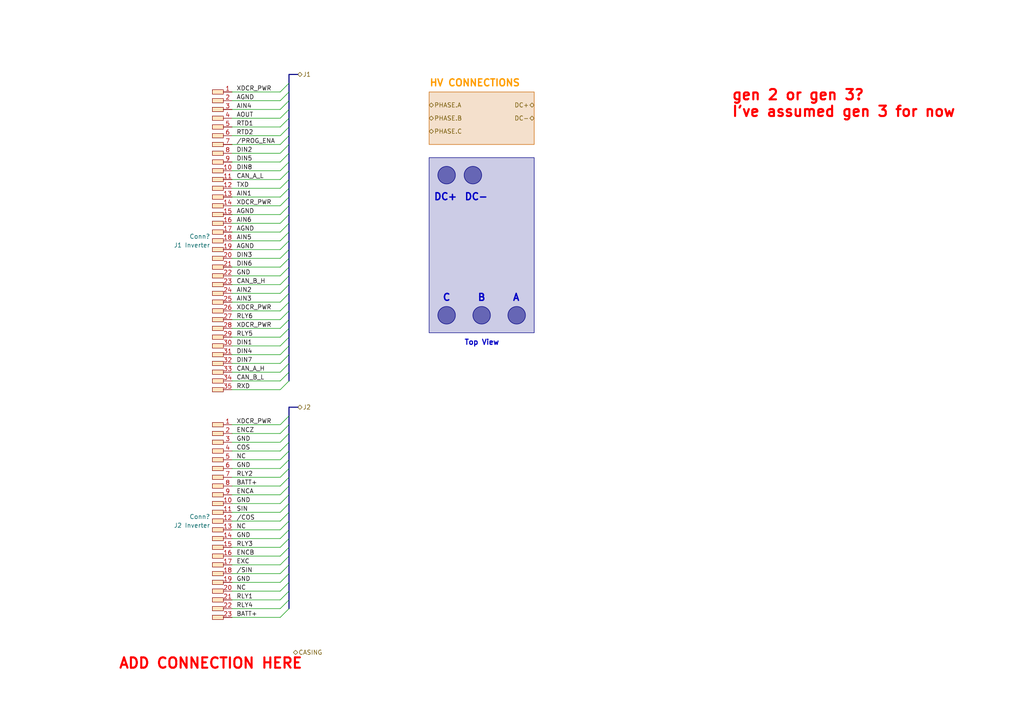
<source format=kicad_sch>
(kicad_sch (version 20230121) (generator eeschema)
  (paper "A4")
  (lib_symbols
    (symbol "Connectors_SUFST:J1 Inverter"
      (property "Reference" "Conn" (at 0 -1.905 0))
      (property "Value" "J1 Inverter" (at 0 0 0))
      (symbol "J1 Inverter_0_1"
        (polyline (pts (xy -0.635 -90.805) (xy 1.905 -90.805)))
        (polyline (pts (xy -0.635 -85.725) (xy 1.905 -85.725)))
        (polyline (pts (xy -0.635 -80.645) (xy 1.905 -80.645)))
        (polyline (pts (xy -0.635 -75.565) (xy 1.905 -75.565)))
        (polyline (pts (xy -0.635 -70.485) (xy 1.905 -70.485)))
        (polyline (pts (xy -0.635 -65.405) (xy 1.905 -65.405)))
        (polyline (pts (xy -0.635 -60.325) (xy 1.905 -60.325)))
        (polyline (pts (xy -0.635 -55.245) (xy 1.905 -55.245)))
        (polyline (pts (xy -0.635 -50.165) (xy 1.905 -50.165)))
        (polyline (pts (xy -0.635 -45.085) (xy 1.905 -45.085)))
        (polyline (pts (xy -0.635 -40.005) (xy 1.905 -40.005)))
        (polyline (pts (xy -0.635 -34.925) (xy 1.905 -34.925)))
        (polyline (pts (xy -0.635 -29.845) (xy 1.905 -29.845)))
        (polyline (pts (xy -0.635 -24.765) (xy 1.905 -24.765)))
        (polyline (pts (xy -0.635 -19.685) (xy 1.905 -19.685)))
        (polyline (pts (xy -0.635 -14.605) (xy 1.905 -14.605)))
        (polyline (pts (xy -0.635 -9.525) (xy 1.905 -9.525)))
        (polyline (pts (xy -0.635 -4.445) (xy 1.905 -4.445)))
      )
      (symbol "J1 Inverter_1_1"
        (rectangle (start -3.81 -90.17) (end -0.635 -91.44) (fill (type color) (color 255 229 191 1)))
        (rectangle (start -3.81 -87.63) (end -0.635 -88.9) (fill (type color) (color 255 229 191 1)))
        (rectangle (start -3.81 -85.09) (end -0.635 -86.36) (fill (type color) (color 255 229 191 1)))
        (rectangle (start -3.81 -82.55) (end -0.635 -83.82) (fill (type color) (color 255 229 191 1)))
        (rectangle (start -3.81 -80.01) (end -0.635 -81.28) (fill (type color) (color 255 229 191 1)))
        (rectangle (start -3.81 -77.47) (end -0.635 -78.74) (fill (type color) (color 255 229 191 1)))
        (rectangle (start -3.81 -74.93) (end -0.635 -76.2) (fill (type color) (color 255 229 191 1)))
        (rectangle (start -3.81 -72.39) (end -0.635 -73.66) (fill (type color) (color 255 229 191 1)))
        (rectangle (start -3.81 -69.85) (end -0.635 -71.12) (fill (type color) (color 255 229 191 1)))
        (rectangle (start -3.81 -67.31) (end -0.635 -68.58) (fill (type color) (color 255 229 191 1)))
        (rectangle (start -3.81 -64.77) (end -0.635 -66.04) (fill (type color) (color 255 229 191 1)))
        (rectangle (start -3.81 -62.23) (end -0.635 -63.5) (fill (type color) (color 255 229 191 1)))
        (rectangle (start -3.81 -59.69) (end -0.635 -60.96) (fill (type color) (color 255 229 191 1)))
        (rectangle (start -3.81 -57.15) (end -0.635 -58.42) (fill (type color) (color 255 229 191 1)))
        (rectangle (start -3.81 -54.61) (end -0.635 -55.88) (fill (type color) (color 255 229 191 1)))
        (rectangle (start -3.81 -52.07) (end -0.635 -53.34) (fill (type color) (color 255 229 191 1)))
        (rectangle (start -3.81 -49.53) (end -0.635 -50.8) (fill (type color) (color 255 229 191 1)))
        (rectangle (start -3.81 -46.99) (end -0.635 -48.26) (fill (type color) (color 255 229 191 1)))
        (rectangle (start -3.81 -44.45) (end -0.635 -45.72) (fill (type color) (color 255 229 191 1)))
        (rectangle (start -3.81 -41.91) (end -0.635 -43.18) (fill (type color) (color 255 229 191 1)))
        (rectangle (start -3.81 -39.37) (end -0.635 -40.64) (fill (type color) (color 255 229 191 1)))
        (rectangle (start -3.81 -36.83) (end -0.635 -38.1) (fill (type color) (color 255 229 191 1)))
        (rectangle (start -3.81 -34.29) (end -0.635 -35.56) (fill (type color) (color 255 229 191 1)))
        (rectangle (start -3.81 -31.75) (end -0.635 -33.02) (fill (type color) (color 255 229 191 1)))
        (rectangle (start -3.81 -29.21) (end -0.635 -30.48) (fill (type color) (color 255 229 191 1)))
        (rectangle (start -3.81 -26.67) (end -0.635 -27.94) (fill (type color) (color 255 229 191 1)))
        (rectangle (start -3.81 -24.13) (end -0.635 -25.4) (fill (type color) (color 255 229 191 1)))
        (rectangle (start -3.81 -21.59) (end -0.635 -22.86) (fill (type color) (color 255 229 191 1)))
        (rectangle (start -3.81 -19.05) (end -0.635 -20.32) (fill (type color) (color 255 229 191 1)))
        (rectangle (start -3.81 -16.51) (end -0.635 -17.78) (fill (type color) (color 255 229 191 1)))
        (rectangle (start -3.81 -13.97) (end -0.635 -15.24) (fill (type color) (color 255 229 191 1)))
        (rectangle (start -3.81 -11.43) (end -0.635 -12.7) (fill (type color) (color 255 229 191 1)))
        (rectangle (start -3.81 -8.89) (end -0.635 -10.16) (fill (type color) (color 255 229 191 1)))
        (rectangle (start -3.81 -6.35) (end -0.635 -7.62) (fill (type color) (color 255 229 191 1)))
        (rectangle (start -3.81 -3.81) (end -0.635 -5.08) (fill (type color) (color 255 229 191 1)))
        (pin input line (at 1.905 -4.445 180) (length 2.54) (name "") (number "1"))
        (pin input line (at 1.905 -27.305 180) (length 2.54) (name "") (number "10"))
        (pin input line (at 1.905 -29.845 180) (length 2.54) (name "") (number "11"))
        (pin input line (at 1.905 -32.385 180) (length 2.54) (name "") (number "12"))
        (pin input line (at 1.905 -34.925 180) (length 2.54) (name "") (number "13"))
        (pin input line (at 1.905 -37.465 180) (length 2.54) (name "") (number "14"))
        (pin input line (at 1.905 -40.005 180) (length 2.54) (name "") (number "15"))
        (pin input line (at 1.905 -42.545 180) (length 2.54) (name "") (number "16"))
        (pin input line (at 1.905 -45.085 180) (length 2.54) (name "") (number "17"))
        (pin input line (at 1.905 -47.625 180) (length 2.54) (name "") (number "18"))
        (pin input line (at 1.905 -50.165 180) (length 2.54) (name "") (number "19"))
        (pin input line (at 1.905 -6.985 180) (length 2.54) (name "") (number "2"))
        (pin input line (at 1.905 -52.705 180) (length 2.54) (name "") (number "20"))
        (pin input line (at 1.905 -55.245 180) (length 2.54) (name "") (number "21"))
        (pin input line (at 1.905 -57.785 180) (length 2.54) (name "") (number "22"))
        (pin input line (at 1.905 -60.325 180) (length 2.54) (name "") (number "23"))
        (pin input line (at 1.905 -62.865 180) (length 2.54) (name "") (number "24"))
        (pin input line (at 1.905 -65.405 180) (length 2.54) (name "") (number "25"))
        (pin input line (at 1.905 -67.945 180) (length 2.54) (name "") (number "26"))
        (pin input line (at 1.905 -70.485 180) (length 2.54) (name "") (number "27"))
        (pin input line (at 1.905 -73.025 180) (length 2.54) (name "") (number "28"))
        (pin input line (at 1.905 -75.565 180) (length 2.54) (name "") (number "29"))
        (pin input line (at 1.905 -9.525 180) (length 2.54) (name "") (number "3"))
        (pin input line (at 1.905 -78.105 180) (length 2.54) (name "") (number "30"))
        (pin input line (at 1.905 -80.645 180) (length 2.54) (name "") (number "31"))
        (pin input line (at 1.905 -83.185 180) (length 2.54) (name "") (number "32"))
        (pin input line (at 1.905 -85.725 180) (length 2.54) (name "") (number "33"))
        (pin input line (at 1.905 -88.265 180) (length 2.54) (name "") (number "34"))
        (pin input line (at 1.905 -90.805 180) (length 2.54) (name "") (number "35"))
        (pin input line (at 1.905 -12.065 180) (length 2.54) (name "") (number "4"))
        (pin input line (at 1.905 -14.605 180) (length 2.54) (name "") (number "5"))
        (pin input line (at 1.905 -17.145 180) (length 2.54) (name "") (number "6"))
        (pin input line (at 1.905 -19.685 180) (length 2.54) (name "") (number "7"))
        (pin input line (at 1.905 -22.225 180) (length 2.54) (name "") (number "8"))
        (pin input line (at 1.905 -24.765 180) (length 2.54) (name "") (number "9"))
      )
    )
    (symbol "Connectors_SUFST:J2 Inverter"
      (property "Reference" "Conn" (at 0 -1.905 0))
      (property "Value" "J2 Inverter" (at 0 0 0))
      (symbol "J2 Inverter_0_1"
        (polyline (pts (xy -0.635 -60.325) (xy 1.905 -60.325)))
        (polyline (pts (xy -0.635 -55.245) (xy 1.905 -55.245)))
        (polyline (pts (xy -0.635 -50.165) (xy 1.905 -50.165)))
        (polyline (pts (xy -0.635 -45.085) (xy 1.905 -45.085)))
        (polyline (pts (xy -0.635 -40.005) (xy 1.905 -40.005)))
        (polyline (pts (xy -0.635 -34.925) (xy 1.905 -34.925)))
        (polyline (pts (xy -0.635 -29.845) (xy 1.905 -29.845)))
        (polyline (pts (xy -0.635 -24.765) (xy 1.905 -24.765)))
        (polyline (pts (xy -0.635 -19.685) (xy 1.905 -19.685)))
        (polyline (pts (xy -0.635 -14.605) (xy 1.905 -14.605)))
        (polyline (pts (xy -0.635 -9.525) (xy 1.905 -9.525)))
        (polyline (pts (xy -0.635 -4.445) (xy 1.905 -4.445)))
      )
      (symbol "J2 Inverter_1_1"
        (rectangle (start -3.81 -59.69) (end -0.635 -60.96) (fill (type color) (color 255 229 191 1)))
        (rectangle (start -3.81 -57.15) (end -0.635 -58.42) (fill (type color) (color 255 229 191 1)))
        (rectangle (start -3.81 -54.61) (end -0.635 -55.88) (fill (type color) (color 255 229 191 1)))
        (rectangle (start -3.81 -52.07) (end -0.635 -53.34) (fill (type color) (color 255 229 191 1)))
        (rectangle (start -3.81 -49.53) (end -0.635 -50.8) (fill (type color) (color 255 229 191 1)))
        (rectangle (start -3.81 -46.99) (end -0.635 -48.26) (fill (type color) (color 255 229 191 1)))
        (rectangle (start -3.81 -44.45) (end -0.635 -45.72) (fill (type color) (color 255 229 191 1)))
        (rectangle (start -3.81 -41.91) (end -0.635 -43.18) (fill (type color) (color 255 229 191 1)))
        (rectangle (start -3.81 -39.37) (end -0.635 -40.64) (fill (type color) (color 255 229 191 1)))
        (rectangle (start -3.81 -36.83) (end -0.635 -38.1) (fill (type color) (color 255 229 191 1)))
        (rectangle (start -3.81 -34.29) (end -0.635 -35.56) (fill (type color) (color 255 229 191 1)))
        (rectangle (start -3.81 -31.75) (end -0.635 -33.02) (fill (type color) (color 255 229 191 1)))
        (rectangle (start -3.81 -29.21) (end -0.635 -30.48) (fill (type color) (color 255 229 191 1)))
        (rectangle (start -3.81 -26.67) (end -0.635 -27.94) (fill (type color) (color 255 229 191 1)))
        (rectangle (start -3.81 -24.13) (end -0.635 -25.4) (fill (type color) (color 255 229 191 1)))
        (rectangle (start -3.81 -21.59) (end -0.635 -22.86) (fill (type color) (color 255 229 191 1)))
        (rectangle (start -3.81 -19.05) (end -0.635 -20.32) (fill (type color) (color 255 229 191 1)))
        (rectangle (start -3.81 -16.51) (end -0.635 -17.78) (fill (type color) (color 255 229 191 1)))
        (rectangle (start -3.81 -13.97) (end -0.635 -15.24) (fill (type color) (color 255 229 191 1)))
        (rectangle (start -3.81 -11.43) (end -0.635 -12.7) (fill (type color) (color 255 229 191 1)))
        (rectangle (start -3.81 -8.89) (end -0.635 -10.16) (fill (type color) (color 255 229 191 1)))
        (rectangle (start -3.81 -6.35) (end -0.635 -7.62) (fill (type color) (color 255 229 191 1)))
        (rectangle (start -3.81 -3.81) (end -0.635 -5.08) (fill (type color) (color 255 229 191 1)))
        (pin input line (at 1.905 -4.445 180) (length 2.54) (name "") (number "1"))
        (pin input line (at 1.905 -27.305 180) (length 2.54) (name "") (number "10"))
        (pin input line (at 1.905 -29.845 180) (length 2.54) (name "") (number "11"))
        (pin input line (at 1.905 -32.385 180) (length 2.54) (name "") (number "12"))
        (pin input line (at 1.905 -34.925 180) (length 2.54) (name "") (number "13"))
        (pin input line (at 1.905 -37.465 180) (length 2.54) (name "") (number "14"))
        (pin input line (at 1.905 -40.005 180) (length 2.54) (name "") (number "15"))
        (pin input line (at 1.905 -42.545 180) (length 2.54) (name "") (number "16"))
        (pin input line (at 1.905 -45.085 180) (length 2.54) (name "") (number "17"))
        (pin input line (at 1.905 -47.625 180) (length 2.54) (name "") (number "18"))
        (pin input line (at 1.905 -50.165 180) (length 2.54) (name "") (number "19"))
        (pin input line (at 1.905 -6.985 180) (length 2.54) (name "") (number "2"))
        (pin input line (at 1.905 -52.705 180) (length 2.54) (name "") (number "20"))
        (pin input line (at 1.905 -55.245 180) (length 2.54) (name "") (number "21"))
        (pin input line (at 1.905 -57.785 180) (length 2.54) (name "") (number "22"))
        (pin input line (at 1.905 -60.325 180) (length 2.54) (name "") (number "23"))
        (pin input line (at 1.905 -9.525 180) (length 2.54) (name "") (number "3"))
        (pin input line (at 1.905 -12.065 180) (length 2.54) (name "") (number "4"))
        (pin input line (at 1.905 -14.605 180) (length 2.54) (name "") (number "5"))
        (pin input line (at 1.905 -17.145 180) (length 2.54) (name "") (number "6"))
        (pin input line (at 1.905 -19.685 180) (length 2.54) (name "") (number "7"))
        (pin input line (at 1.905 -22.225 180) (length 2.54) (name "") (number "8"))
        (pin input line (at 1.905 -24.765 180) (length 2.54) (name "") (number "9"))
      )
    )
  )
  (bus_entry (at 81.28 158.75) (size 2.54 -2.54))
  (bus_entry (at 81.28 107.95) (size 2.54 -2.54))
  (bus_entry (at 81.28 105.41) (size 2.54 -2.54))
  (bus_entry (at 81.28 161.29) (size 2.54 -2.54))
  (bus_entry (at 81.28 77.47) (size 2.54 -2.54))
  (bus_entry (at 81.28 41.91) (size 2.54 -2.54))
  (bus_entry (at 81.28 74.93) (size 2.54 -2.54))
  (bus_entry (at 81.28 133.35) (size 2.54 -2.54))
  (bus_entry (at 81.28 97.79) (size 2.54 -2.54))
  (bus_entry (at 81.28 54.61) (size 2.54 -2.54))
  (bus_entry (at 81.28 72.39) (size 2.54 -2.54))
  (bus_entry (at 81.28 125.73) (size 2.54 -2.54))
  (bus_entry (at 81.28 140.97) (size 2.54 -2.54))
  (bus_entry (at 81.28 168.91) (size 2.54 -2.54))
  (bus_entry (at 81.28 171.45) (size 2.54 -2.54))
  (bus_entry (at 81.28 95.25) (size 2.54 -2.54))
  (bus_entry (at 81.28 156.21) (size 2.54 -2.54))
  (bus_entry (at 81.28 67.31) (size 2.54 -2.54))
  (bus_entry (at 81.28 34.29) (size 2.54 -2.54))
  (bus_entry (at 81.28 176.53) (size 2.54 -2.54))
  (bus_entry (at 81.28 29.21) (size 2.54 -2.54))
  (bus_entry (at 81.28 69.85) (size 2.54 -2.54))
  (bus_entry (at 81.28 173.99) (size 2.54 -2.54))
  (bus_entry (at 81.28 146.05) (size 2.54 -2.54))
  (bus_entry (at 81.28 87.63) (size 2.54 -2.54))
  (bus_entry (at 81.28 36.83) (size 2.54 -2.54))
  (bus_entry (at 81.28 148.59) (size 2.54 -2.54))
  (bus_entry (at 81.28 92.71) (size 2.54 -2.54))
  (bus_entry (at 81.28 82.55) (size 2.54 -2.54))
  (bus_entry (at 81.28 64.77) (size 2.54 -2.54))
  (bus_entry (at 81.28 52.07) (size 2.54 -2.54))
  (bus_entry (at 81.28 138.43) (size 2.54 -2.54))
  (bus_entry (at 81.28 123.19) (size 2.54 -2.54))
  (bus_entry (at 81.28 90.17) (size 2.54 -2.54))
  (bus_entry (at 81.28 62.23) (size 2.54 -2.54))
  (bus_entry (at 81.28 31.75) (size 2.54 -2.54))
  (bus_entry (at 81.28 26.67) (size 2.54 -2.54))
  (bus_entry (at 81.28 80.01) (size 2.54 -2.54))
  (bus_entry (at 81.28 135.89) (size 2.54 -2.54))
  (bus_entry (at 81.28 179.07) (size 2.54 -2.54))
  (bus_entry (at 81.28 128.27) (size 2.54 -2.54))
  (bus_entry (at 81.28 85.09) (size 2.54 -2.54))
  (bus_entry (at 81.28 102.87) (size 2.54 -2.54))
  (bus_entry (at 81.28 46.99) (size 2.54 -2.54))
  (bus_entry (at 81.28 166.37) (size 2.54 -2.54))
  (bus_entry (at 81.28 57.15) (size 2.54 -2.54))
  (bus_entry (at 81.28 153.67) (size 2.54 -2.54))
  (bus_entry (at 81.28 163.83) (size 2.54 -2.54))
  (bus_entry (at 81.28 100.33) (size 2.54 -2.54))
  (bus_entry (at 81.28 39.37) (size 2.54 -2.54))
  (bus_entry (at 81.28 110.49) (size 2.54 -2.54))
  (bus_entry (at 81.28 44.45) (size 2.54 -2.54))
  (bus_entry (at 81.28 130.81) (size 2.54 -2.54))
  (bus_entry (at 81.28 59.69) (size 2.54 -2.54))
  (bus_entry (at 81.28 143.51) (size 2.54 -2.54))
  (bus_entry (at 81.28 151.13) (size 2.54 -2.54))
  (bus_entry (at 81.28 113.03) (size 2.54 -2.54))
  (bus_entry (at 81.28 49.53) (size 2.54 -2.54))
  (wire (pts (xy 67.31 173.99) (xy 81.28 173.99)))
  (bus (pts (xy 83.82 120.65) (xy 83.82 118.11)))
  (wire (pts (xy 67.31 57.15) (xy 81.28 57.15)))
  (wire (pts (xy 67.31 148.59) (xy 81.28 148.59)))
  (wire (pts (xy 67.31 143.51) (xy 81.28 143.51)))
  (wire (pts (xy 67.31 80.01) (xy 81.28 80.01)))
  (bus (pts (xy 83.82 52.07) (xy 83.82 49.53)))
  (wire (pts (xy 67.31 138.43) (xy 81.28 138.43)))
  (wire (pts (xy 67.31 41.91) (xy 81.28 41.91)))
  (bus (pts (xy 83.82 123.19) (xy 83.82 120.65)))
  (bus (pts (xy 83.82 72.39) (xy 83.82 69.85)))
  (bus (pts (xy 83.82 59.69) (xy 83.82 57.15)))
  (bus (pts (xy 83.82 85.09) (xy 83.82 82.55)))
  (wire (pts (xy 67.31 77.47) (xy 81.28 77.47)))
  (wire (pts (xy 67.31 44.45) (xy 81.28 44.45)))
  (bus (pts (xy 83.82 166.37) (xy 83.82 163.83)))
  (bus (pts (xy 83.82 67.31) (xy 83.82 64.77)))
  (bus (pts (xy 83.82 39.37) (xy 83.82 36.83)))
  (wire (pts (xy 67.31 54.61) (xy 81.28 54.61)))
  (bus (pts (xy 83.82 77.47) (xy 83.82 74.93)))
  (bus (pts (xy 83.82 143.51) (xy 83.82 140.97)))
  (wire (pts (xy 67.31 105.41) (xy 81.28 105.41)))
  (wire (pts (xy 67.31 62.23) (xy 81.28 62.23)))
  (wire (pts (xy 67.31 82.55) (xy 81.28 82.55)))
  (wire (pts (xy 67.31 110.49) (xy 81.28 110.49)))
  (bus (pts (xy 83.82 97.79) (xy 83.82 95.25)))
  (bus (pts (xy 83.82 130.81) (xy 83.82 128.27)))
  (bus (pts (xy 83.82 148.59) (xy 83.82 146.05)))
  (bus (pts (xy 83.82 29.21) (xy 83.82 26.67)))
  (wire (pts (xy 67.31 128.27) (xy 81.28 128.27)))
  (wire (pts (xy 67.31 107.95) (xy 81.28 107.95)))
  (bus (pts (xy 83.82 64.77) (xy 83.82 62.23)))
  (bus (pts (xy 83.82 69.85) (xy 83.82 67.31)))
  (bus (pts (xy 83.82 158.75) (xy 83.82 156.21)))
  (wire (pts (xy 67.31 135.89) (xy 81.28 135.89)))
  (bus (pts (xy 83.82 54.61) (xy 83.82 52.07)))
  (wire (pts (xy 67.31 171.45) (xy 81.28 171.45)))
  (wire (pts (xy 67.31 161.29) (xy 81.28 161.29)))
  (bus (pts (xy 83.82 161.29) (xy 83.82 158.75)))
  (bus (pts (xy 83.82 146.05) (xy 83.82 143.51)))
  (wire (pts (xy 67.31 92.71) (xy 81.28 92.71)))
  (wire (pts (xy 67.31 156.21) (xy 81.28 156.21)))
  (wire (pts (xy 67.31 168.91) (xy 81.28 168.91)))
  (bus (pts (xy 83.82 46.99) (xy 83.82 44.45)))
  (bus (pts (xy 83.82 125.73) (xy 83.82 123.19)))
  (bus (pts (xy 83.82 74.93) (xy 83.82 72.39)))
  (bus (pts (xy 83.82 57.15) (xy 83.82 54.61)))
  (bus (pts (xy 83.82 80.01) (xy 83.82 77.47)))
  (wire (pts (xy 67.31 64.77) (xy 81.28 64.77)))
  (bus (pts (xy 83.82 95.25) (xy 83.82 92.71)))
  (wire (pts (xy 67.31 72.39) (xy 81.28 72.39)))
  (wire (pts (xy 67.31 146.05) (xy 81.28 146.05)))
  (bus (pts (xy 83.82 49.53) (xy 83.82 46.99)))
  (wire (pts (xy 67.31 52.07) (xy 81.28 52.07)))
  (wire (pts (xy 67.31 151.13) (xy 81.28 151.13)))
  (wire (pts (xy 67.31 67.31) (xy 81.28 67.31)))
  (bus (pts (xy 83.82 135.89) (xy 83.82 133.35)))
  (bus (pts (xy 83.82 92.71) (xy 83.82 90.17)))
  (wire (pts (xy 67.31 102.87) (xy 81.28 102.87)))
  (wire (pts (xy 67.31 100.33) (xy 81.28 100.33)))
  (wire (pts (xy 67.31 31.75) (xy 81.28 31.75)))
  (wire (pts (xy 67.31 123.19) (xy 81.28 123.19)))
  (wire (pts (xy 67.31 179.07) (xy 81.28 179.07)))
  (wire (pts (xy 67.31 34.29) (xy 81.28 34.29)))
  (bus (pts (xy 83.82 105.41) (xy 83.82 102.87)))
  (wire (pts (xy 67.31 176.53) (xy 81.28 176.53)))
  (bus (pts (xy 83.82 107.95) (xy 83.82 105.41)))
  (wire (pts (xy 67.31 26.67) (xy 81.28 26.67)))
  (bus (pts (xy 83.82 44.45) (xy 83.82 41.91)))
  (wire (pts (xy 67.31 153.67) (xy 81.28 153.67)))
  (bus (pts (xy 83.82 34.29) (xy 83.82 31.75)))
  (bus (pts (xy 83.82 87.63) (xy 83.82 85.09)))
  (bus (pts (xy 83.82 168.91) (xy 83.82 166.37)))
  (wire (pts (xy 67.31 29.21) (xy 81.28 29.21)))
  (wire (pts (xy 67.31 39.37) (xy 81.28 39.37)))
  (wire (pts (xy 67.31 140.97) (xy 81.28 140.97)))
  (bus (pts (xy 83.82 26.67) (xy 83.82 24.13)))
  (wire (pts (xy 67.31 158.75) (xy 81.28 158.75)))
  (wire (pts (xy 67.31 97.79) (xy 81.28 97.79)))
  (bus (pts (xy 83.82 151.13) (xy 83.82 148.59)))
  (bus (pts (xy 83.82 31.75) (xy 83.82 29.21)))
  (bus (pts (xy 83.82 140.97) (xy 83.82 138.43)))
  (wire (pts (xy 67.31 125.73) (xy 81.28 125.73)))
  (wire (pts (xy 67.31 113.03) (xy 81.28 113.03)))
  (bus (pts (xy 83.82 163.83) (xy 83.82 161.29)))
  (bus (pts (xy 83.82 128.27) (xy 83.82 125.73)))
  (wire (pts (xy 67.31 59.69) (xy 81.28 59.69)))
  (wire (pts (xy 67.31 163.83) (xy 81.28 163.83)))
  (bus (pts (xy 83.82 156.21) (xy 83.82 153.67)))
  (bus (pts (xy 83.82 41.91) (xy 83.82 39.37)))
  (wire (pts (xy 67.31 36.83) (xy 81.28 36.83)))
  (bus (pts (xy 83.82 102.87) (xy 83.82 100.33)))
  (bus (pts (xy 83.82 110.49) (xy 83.82 107.95)))
  (wire (pts (xy 67.31 133.35) (xy 81.28 133.35)))
  (bus (pts (xy 83.82 118.11) (xy 86.36 118.11)))
  (bus (pts (xy 83.82 153.67) (xy 83.82 151.13)))
  (bus (pts (xy 83.82 82.55) (xy 83.82 80.01)))
  (wire (pts (xy 67.31 46.99) (xy 81.28 46.99)))
  (wire (pts (xy 67.31 69.85) (xy 81.28 69.85)))
  (wire (pts (xy 67.31 90.17) (xy 81.28 90.17)))
  (wire (pts (xy 67.31 130.81) (xy 81.28 130.81)))
  (bus (pts (xy 83.82 24.13) (xy 83.82 21.59)))
  (bus (pts (xy 83.82 176.53) (xy 83.82 173.99)))
  (wire (pts (xy 67.31 74.93) (xy 81.28 74.93)))
  (bus (pts (xy 83.82 133.35) (xy 83.82 130.81)))
  (bus (pts (xy 83.82 138.43) (xy 83.82 135.89)))
  (bus (pts (xy 83.82 173.99) (xy 83.82 171.45)))
  (wire (pts (xy 67.31 49.53) (xy 81.28 49.53)))
  (bus (pts (xy 83.82 100.33) (xy 83.82 97.79)))
  (wire (pts (xy 67.31 95.25) (xy 81.28 95.25)))
  (wire (pts (xy 67.31 87.63) (xy 81.28 87.63)))
  (bus (pts (xy 83.82 62.23) (xy 83.82 59.69)))
  (wire (pts (xy 67.31 166.37) (xy 81.28 166.37)))
  (bus (pts (xy 83.82 171.45) (xy 83.82 168.91)))
  (wire (pts (xy 67.31 85.09) (xy 81.28 85.09)))
  (bus (pts (xy 83.82 21.59) (xy 86.36 21.59)))
  (bus (pts (xy 83.82 36.83) (xy 83.82 34.29)))
  (bus (pts (xy 83.82 90.17) (xy 83.82 87.63)))
  (circle (center 149.86 91.44) (radius 2.54) (stroke (width 0) (color 0 0 132 1)) (fill (type color) (color 0 0 132 0.5)))
  (rectangle (start 124.46 26.67) (end 154.94 41.91) (stroke (width 0) (color 204 102 0 1)) (fill (type color) (color 204 102 0 0.2)))
  (circle (center 139.7 91.44) (radius 2.54) (stroke (width 0) (color 0 0 132 1)) (fill (type color) (color 0 0 132 0.5)))
  (rectangle (start 124.46 45.72) (end 154.94 96.52) (stroke (width 0) (color 0 0 132 1)) (fill (type color) (color 0 0 132 0.2)))
  (circle (center 129.54 50.8) (radius 2.54) (stroke (width 0) (color 0 0 132 1)) (fill (type color) (color 0 0 132 0.5)))
  (circle (center 137.16 50.8) (radius 2.54) (stroke (width 0) (color 0 0 132 1)) (fill (type color) (color 0 0 132 0.5)))
  (circle (center 129.54 91.44) (radius 2.54) (stroke (width 0) (color 0 0 132 1)) (fill (type color) (color 0 0 132 0.5)))
  (text "DC+" (at 125.73 58.42 0) (effects (font (size 2 2) (thickness 0.4) bold) (justify left bottom)))
  (text "gen 2 or gen 3?\nI've assumed gen 3 for now" (at 212.09 34.29 0) (effects (font (size 3 3) (thickness 0.6) bold) (justify left bottom)))
  (text "B" (at 138.43 87.63 0) (effects (font (size 2 2) (thickness 0.4) bold) (justify left bottom)))
  (text "DC-" (at 134.62 58.42 0) (effects (font (size 2 2) (thickness 0.4) bold) (justify left bottom)))
  (text "Top View" (at 134.62 100.33 0) (effects (font (size 1.5 1.5) (thickness 0.3) bold) (justify left bottom)))
  (text "C" (at 128.27 87.63 0) (effects (font (size 2 2) (thickness 0.4) bold) (justify left bottom)))
  (text "ADD CONNECTION HERE" (at 34.29 194.31 0) (effects (font (size 3 3) (thickness 0.6) bold) (justify left bottom)))
  (text "A" (at 148.59 87.63 0) (effects (font (size 2 2) (thickness 0.4) bold) (justify left bottom)))
  (text "HV CONNECTIONS" (at 124.46 25.4 0) (effects (font (size 2 2) (thickness 0.4) bold) (justify left bottom)))
  (label "BATT+" (at 68.58 140.97 0))
  (label "AIN4" (at 68.58 31.75 0))
  (label "AIN6" (at 68.58 64.77 0))
  (label "CAN_B_H" (at 68.58 82.55 0))
  (label "{slash}PROG_ENA" (at 68.58 41.91 0))
  (label "ENCA" (at 68.58 143.51 0))
  (label "RTD2" (at 68.58 39.37 0))
  (label "RTD1" (at 68.58 36.83 0))
  (label "AGND" (at 68.58 62.23 0))
  (label "DIN7" (at 68.58 105.41 0))
  (label "DIN1" (at 68.58 100.33 0))
  (label "AIN5" (at 68.58 69.85 0))
  (label "CAN_A_L" (at 68.58 52.07 0))
  (label "AIN1" (at 68.58 57.15 0))
  (label "DIN8" (at 68.58 49.53 0))
  (label "EXC" (at 68.58 163.83 0))
  (label "ENCB" (at 68.58 161.29 0))
  (label "AGND" (at 68.58 72.39 0))
  (label "RLY5" (at 68.58 97.79 0))
  (label "DIN4" (at 68.58 102.87 0))
  (label "DIN6" (at 68.58 77.47 0))
  (label "GND" (at 68.58 135.89 0))
  (label "DIN5" (at 68.58 46.99 0))
  (label "{slash}SIN" (at 68.58 166.37 0))
  (label "SIN" (at 68.58 148.59 0))
  (label "GND" (at 68.58 156.21 0))
  (label "RLY4" (at 68.58 176.53 0))
  (label "AGND" (at 68.58 29.21 0))
  (label "AGND" (at 68.58 67.31 0))
  (label "{slash}COS" (at 68.58 151.13 0))
  (label "DIN3" (at 68.58 74.93 0))
  (label "AIN3" (at 68.58 87.63 0))
  (label "CAN_A_H" (at 68.58 107.95 0))
  (label "NC" (at 68.58 171.45 0))
  (label "AOUT" (at 68.58 34.29 0))
  (label "XDCR_PWR" (at 68.58 26.67 0))
  (label "XDCR_PWR" (at 68.58 95.25 0))
  (label "CAN_B_L" (at 68.58 110.49 0))
  (label "BATT+" (at 68.58 179.07 0))
  (label "NC" (at 68.58 133.35 0))
  (label "GND" (at 68.58 168.91 0))
  (label "XDCR_PWR" (at 68.58 59.69 0))
  (label "NC" (at 68.58 153.67 0))
  (label "RLY3" (at 68.58 158.75 0))
  (label "RLY1" (at 68.58 173.99 0))
  (label "COS" (at 68.58 130.81 0))
  (label "GND" (at 68.58 128.27 0))
  (label "GND" (at 68.58 80.01 0))
  (label "RLY2" (at 68.58 138.43 0))
  (label "XDCR_PWR" (at 68.58 123.19 0))
  (label "GND" (at 68.58 146.05 0))
  (label "AIN2" (at 68.58 85.09 0))
  (label "RLY6" (at 68.58 92.71 0))
  (label "XDCR_PWR" (at 68.58 90.17 0))
  (label "DIN2" (at 68.58 44.45 0))
  (label "RXD" (at 68.58 113.03 0))
  (label "TXD" (at 68.58 54.61 0))
  (label "ENCZ" (at 68.58 125.73 0))
  (hierarchical_label "J1" (shape bidirectional) (at 86.36 21.59 0))
  (hierarchical_label "CASING" (shape bidirectional) (at 85.09 189.23 0))
  (hierarchical_label "PHASE.A" (shape bidirectional) (at 124.46 30.48 0))
  (hierarchical_label "DC+" (shape bidirectional) (at 154.94 30.48 180))
  (hierarchical_label "PHASE.B" (shape bidirectional) (at 124.46 34.29 0))
  (hierarchical_label "PHASE.C" (shape bidirectional) (at 124.46 38.1 0))
  (hierarchical_label "DC-" (shape bidirectional) (at 154.94 34.29 180))
  (hierarchical_label "J2" (shape bidirectional) (at 86.36 118.11 0))
  (symbol (lib_id "Connectors_SUFST:J2 Inverter") (at 65.405 118.745 0) (unit 1)
    (property "Reference" "Conn?" (at 60.96 149.86 0) (effects (justify right)))
    (property "Value" "J2 Inverter" (at 60.96 152.4 0) (effects (justify right)))
  )
  (symbol (lib_id "Connectors_SUFST:J1 Inverter") (at 65.405 22.225 0) (unit 1)
    (property "Reference" "Conn?" (at 60.96 68.58 0) (effects (justify right)))
    (property "Value" "J1 Inverter" (at 60.96 71.12 0) (effects (justify right)))
  )
)
</source>
